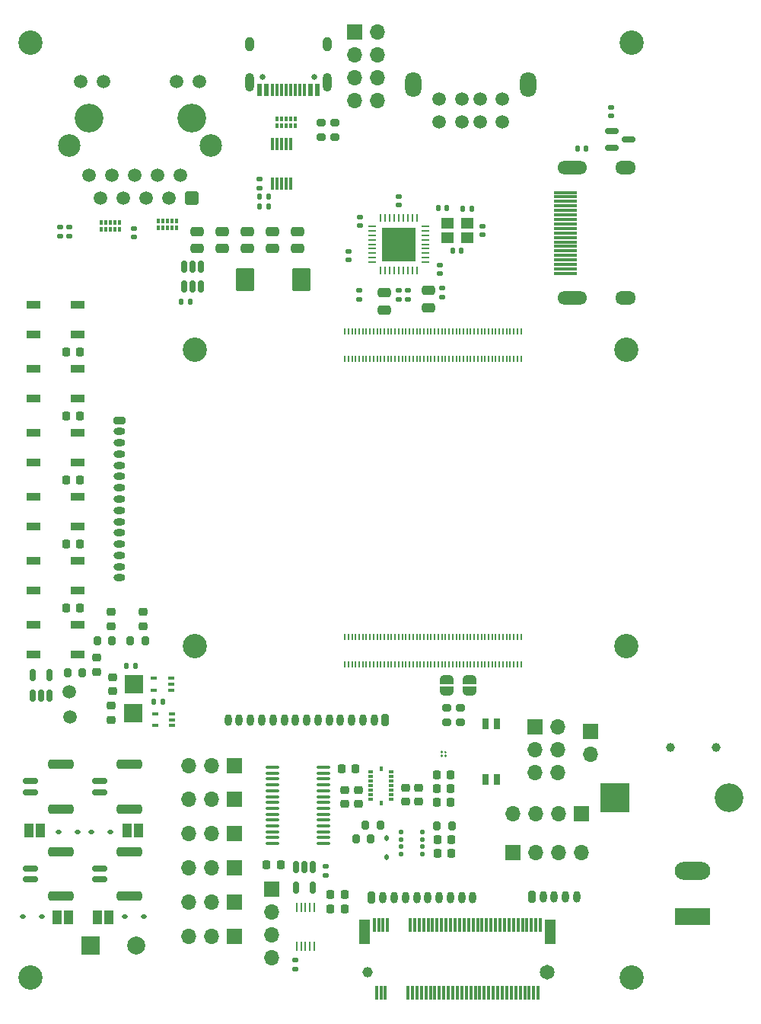
<source format=gbr>
%TF.GenerationSoftware,KiCad,Pcbnew,7.99.0-957-g18dd623122*%
%TF.CreationDate,2023-07-04T11:58:54-04:00*%
%TF.ProjectId,carrier,63617272-6965-4722-9e6b-696361645f70,V1.1*%
%TF.SameCoordinates,Original*%
%TF.FileFunction,Soldermask,Top*%
%TF.FilePolarity,Negative*%
%FSLAX46Y46*%
G04 Gerber Fmt 4.6, Leading zero omitted, Abs format (unit mm)*
G04 Created by KiCad (PCBNEW 7.99.0-957-g18dd623122) date 2023-07-04 11:58:54*
%MOMM*%
%LPD*%
G01*
G04 APERTURE LIST*
G04 Aperture macros list*
%AMRoundRect*
0 Rectangle with rounded corners*
0 $1 Rounding radius*
0 $2 $3 $4 $5 $6 $7 $8 $9 X,Y pos of 4 corners*
0 Add a 4 corners polygon primitive as box body*
4,1,4,$2,$3,$4,$5,$6,$7,$8,$9,$2,$3,0*
0 Add four circle primitives for the rounded corners*
1,1,$1+$1,$2,$3*
1,1,$1+$1,$4,$5*
1,1,$1+$1,$6,$7*
1,1,$1+$1,$8,$9*
0 Add four rect primitives between the rounded corners*
20,1,$1+$1,$2,$3,$4,$5,0*
20,1,$1+$1,$4,$5,$6,$7,0*
20,1,$1+$1,$6,$7,$8,$9,0*
20,1,$1+$1,$8,$9,$2,$3,0*%
%AMFreePoly0*
4,1,19,0.500000,-0.750000,0.000000,-0.750000,0.000000,-0.744911,-0.071157,-0.744911,-0.207708,-0.704816,-0.327430,-0.627875,-0.420627,-0.520320,-0.479746,-0.390866,-0.500000,-0.250000,-0.500000,0.250000,-0.479746,0.390866,-0.420627,0.520320,-0.327430,0.627875,-0.207708,0.704816,-0.071157,0.744911,0.000000,0.744911,0.000000,0.750000,0.500000,0.750000,0.500000,-0.750000,0.500000,-0.750000,
$1*%
%AMFreePoly1*
4,1,19,0.000000,0.744911,0.071157,0.744911,0.207708,0.704816,0.327430,0.627875,0.420627,0.520320,0.479746,0.390866,0.500000,0.250000,0.500000,-0.250000,0.479746,-0.390866,0.420627,-0.520320,0.327430,-0.627875,0.207708,-0.704816,0.071157,-0.744911,0.000000,-0.744911,0.000000,-0.750000,-0.500000,-0.750000,-0.500000,0.750000,0.000000,0.750000,0.000000,0.744911,0.000000,0.744911,
$1*%
G04 Aperture macros list end*
%ADD10C,0.165000*%
%ADD11R,0.250000X1.100000*%
%ADD12RoundRect,0.225000X-0.225000X-0.250000X0.225000X-0.250000X0.225000X0.250000X-0.225000X0.250000X0*%
%ADD13RoundRect,0.135000X-0.185000X0.135000X-0.185000X-0.135000X0.185000X-0.135000X0.185000X0.135000X0*%
%ADD14R,2.600000X0.300000*%
%ADD15O,3.300000X1.500000*%
%ADD16O,2.300000X1.500000*%
%ADD17RoundRect,0.112500X-0.187500X-0.112500X0.187500X-0.112500X0.187500X0.112500X-0.187500X0.112500X0*%
%ADD18R,2.000000X2.000000*%
%ADD19RoundRect,0.200000X0.275000X-0.200000X0.275000X0.200000X-0.275000X0.200000X-0.275000X-0.200000X0*%
%ADD20RoundRect,0.225000X0.250000X-0.225000X0.250000X0.225000X-0.250000X0.225000X-0.250000X-0.225000X0*%
%ADD21C,2.700000*%
%ADD22C,1.500000*%
%ADD23O,1.800000X2.800000*%
%ADD24C,3.200000*%
%ADD25RoundRect,0.250500X0.499500X0.499500X-0.499500X0.499500X-0.499500X-0.499500X0.499500X-0.499500X0*%
%ADD26C,2.500000*%
%ADD27RoundRect,0.135000X-0.135000X-0.185000X0.135000X-0.185000X0.135000X0.185000X-0.135000X0.185000X0*%
%ADD28RoundRect,0.200000X-0.275000X0.200000X-0.275000X-0.200000X0.275000X-0.200000X0.275000X0.200000X0*%
%ADD29RoundRect,0.225000X0.225000X0.250000X-0.225000X0.250000X-0.225000X-0.250000X0.225000X-0.250000X0*%
%ADD30RoundRect,0.200000X-0.200000X-0.275000X0.200000X-0.275000X0.200000X0.275000X-0.200000X0.275000X0*%
%ADD31R,1.700000X1.700000*%
%ADD32O,1.700000X1.700000*%
%ADD33RoundRect,0.200000X0.200000X0.275000X-0.200000X0.275000X-0.200000X-0.275000X0.200000X-0.275000X0*%
%ADD34R,1.500000X0.900000*%
%ADD35RoundRect,0.140000X0.170000X-0.140000X0.170000X0.140000X-0.170000X0.140000X-0.170000X-0.140000X0*%
%ADD36RoundRect,0.218750X-0.256250X0.218750X-0.256250X-0.218750X0.256250X-0.218750X0.256250X0.218750X0*%
%ADD37RoundRect,0.135000X0.135000X0.185000X-0.135000X0.185000X-0.135000X-0.185000X0.135000X-0.185000X0*%
%ADD38RoundRect,0.112500X0.112500X-0.187500X0.112500X0.187500X-0.112500X0.187500X-0.112500X-0.187500X0*%
%ADD39R,0.200000X0.700000*%
%ADD40R,0.590000X0.350000*%
%ADD41R,0.350000X0.590000*%
%ADD42RoundRect,0.200000X-0.450000X0.200000X-0.450000X-0.200000X0.450000X-0.200000X0.450000X0.200000X0*%
%ADD43O,1.300000X0.800000*%
%ADD44R,0.300000X0.550000*%
%ADD45R,0.400000X0.550000*%
%ADD46RoundRect,0.150000X-0.700000X0.150000X-0.700000X-0.150000X0.700000X-0.150000X0.700000X0.150000X0*%
%ADD47RoundRect,0.250000X-1.150000X0.250000X-1.150000X-0.250000X1.150000X-0.250000X1.150000X0.250000X0*%
%ADD48FreePoly0,270.000000*%
%ADD49FreePoly1,270.000000*%
%ADD50RoundRect,0.200000X-0.200000X-0.450000X0.200000X-0.450000X0.200000X0.450000X-0.200000X0.450000X0*%
%ADD51O,0.800000X1.300000*%
%ADD52R,1.000000X1.500000*%
%ADD53RoundRect,0.140000X-0.170000X0.140000X-0.170000X-0.140000X0.170000X-0.140000X0.170000X0.140000X0*%
%ADD54RoundRect,0.250000X0.475000X-0.250000X0.475000X0.250000X-0.475000X0.250000X-0.475000X-0.250000X0*%
%ADD55R,0.650000X0.400000*%
%ADD56RoundRect,0.225000X-0.250000X0.225000X-0.250000X-0.225000X0.250000X-0.225000X0.250000X0.225000X0*%
%ADD57R,0.300000X1.400000*%
%ADD58C,1.150000*%
%ADD59C,1.650000*%
%ADD60R,0.300000X1.550000*%
%ADD61R,1.200000X2.750000*%
%ADD62RoundRect,0.200000X0.200000X0.450000X-0.200000X0.450000X-0.200000X-0.450000X0.200000X-0.450000X0*%
%ADD63R,1.400000X1.200000*%
%ADD64C,0.650000*%
%ADD65R,0.600000X1.450000*%
%ADD66R,0.300000X1.450000*%
%ADD67O,1.000000X2.100000*%
%ADD68O,1.000000X1.600000*%
%ADD69RoundRect,0.250000X-0.475000X0.250000X-0.475000X-0.250000X0.475000X-0.250000X0.475000X0.250000X0*%
%ADD70RoundRect,0.140000X0.140000X0.170000X-0.140000X0.170000X-0.140000X-0.170000X0.140000X-0.170000X0*%
%ADD71RoundRect,0.250000X-0.787500X-1.025000X0.787500X-1.025000X0.787500X1.025000X-0.787500X1.025000X0*%
%ADD72RoundRect,0.150000X-0.150000X0.512500X-0.150000X-0.512500X0.150000X-0.512500X0.150000X0.512500X0*%
%ADD73R,3.960000X1.980000*%
%ADD74O,3.960000X1.980000*%
%ADD75RoundRect,0.150000X0.150000X-0.512500X0.150000X0.512500X-0.150000X0.512500X-0.150000X-0.512500X0*%
%ADD76C,1.000000*%
%ADD77R,0.760000X1.250000*%
%ADD78RoundRect,0.100000X-0.637500X-0.100000X0.637500X-0.100000X0.637500X0.100000X-0.637500X0.100000X0*%
%ADD79RoundRect,0.125000X0.137500X-0.125000X0.137500X0.125000X-0.137500X0.125000X-0.137500X-0.125000X0*%
%ADD80R,3.200000X3.200000*%
%ADD81O,3.200000X3.200000*%
%ADD82RoundRect,0.140000X-0.140000X-0.170000X0.140000X-0.170000X0.140000X0.170000X-0.140000X0.170000X0*%
%ADD83RoundRect,0.150000X-0.587500X-0.150000X0.587500X-0.150000X0.587500X0.150000X-0.587500X0.150000X0*%
%ADD84RoundRect,0.062500X-0.062500X0.350000X-0.062500X-0.350000X0.062500X-0.350000X0.062500X0.350000X0*%
%ADD85RoundRect,0.062500X-0.350000X0.062500X-0.350000X-0.062500X0.350000X-0.062500X0.350000X0.062500X0*%
%ADD86R,3.700000X3.700000*%
%ADD87C,2.000000*%
G04 APERTURE END LIST*
D10*
%TO.C,U12*%
X45859495Y25082000D02*
G75*
G03*
X45859495Y25082000I-82500J0D01*
G01*
X45859495Y24682000D02*
G75*
G03*
X45859495Y24682000I-82500J0D01*
G01*
X46259495Y25082000D02*
G75*
G03*
X46259495Y25082000I-82500J0D01*
G01*
X46259495Y24682000D02*
G75*
G03*
X46259495Y24682000I-82500J0D01*
G01*
%TD*%
D11*
%TO.C,U16*%
X29620995Y3539000D03*
X30120995Y3539000D03*
X30620995Y3539000D03*
X31120995Y3539000D03*
X31620995Y3539000D03*
X31620995Y7839000D03*
X31120995Y7839000D03*
X30620995Y7839000D03*
X30120995Y7839000D03*
X29620995Y7839000D03*
%TD*%
D12*
%TO.C,C25*%
X45201995Y21072000D03*
X46751995Y21072000D03*
%TD*%
D13*
%TO.C,R15*%
X4331995Y83415000D03*
X4331995Y82395000D03*
%TD*%
D14*
%TO.C,J1*%
X59530495Y87279000D03*
X59530495Y86779000D03*
X59530495Y86279000D03*
X59530495Y85779000D03*
X59530495Y85279000D03*
X59530495Y84779000D03*
X59530495Y84279000D03*
X59530495Y83779000D03*
X59530495Y83279000D03*
X59530495Y82779000D03*
X59530495Y82279000D03*
X59530495Y81779000D03*
X59530495Y81279000D03*
X59530495Y80779000D03*
X59530495Y80279000D03*
X59530495Y79779000D03*
X59530495Y79279000D03*
X59530495Y78779000D03*
X59530495Y78279000D03*
D15*
X60260495Y90029000D03*
X60260495Y75529000D03*
D16*
X66220495Y75529000D03*
X66220495Y90029000D03*
%TD*%
D17*
%TO.C,D13*%
X6775495Y16230000D03*
X8875495Y16230000D03*
%TD*%
D18*
%TO.C,TP1*%
X11432995Y29454000D03*
%TD*%
D13*
%TO.C,R22*%
X29477995Y2008000D03*
X29477995Y988000D03*
%TD*%
D19*
%TO.C,R1*%
X46368995Y28359000D03*
X46368995Y30009000D03*
%TD*%
D20*
%TO.C,C38*%
X7368995Y34013000D03*
X7368995Y35563000D03*
%TD*%
D21*
%TO.C,H1*%
X-5Y0D03*
%TD*%
D13*
%TO.C,R4*%
X36578995Y76448000D03*
X36578995Y75428000D03*
%TD*%
%TO.C,R3*%
X41007495Y76448000D03*
X41007495Y75428000D03*
%TD*%
D22*
%TO.C,J4*%
X52524995Y95075600D03*
X50024995Y95075600D03*
X48024995Y95075600D03*
X45524995Y95075600D03*
X52524995Y97695600D03*
X50024995Y97695600D03*
X48024995Y97695600D03*
X45524995Y97695600D03*
D23*
X55424995Y99245600D03*
X42624995Y99245600D03*
%TD*%
D24*
%TO.C,U10*%
X17932995Y95519000D03*
X6502995Y95519000D03*
D25*
X17932995Y86629000D03*
D22*
X16662995Y89169000D03*
X15392995Y86629000D03*
X14122995Y89169000D03*
X12852995Y86629000D03*
X11582995Y89169000D03*
X10312995Y86629000D03*
X9042995Y89169000D03*
X7772995Y86629000D03*
X6502995Y89169000D03*
D26*
X20092995Y92469000D03*
X4342995Y92469000D03*
D22*
X5587995Y99579000D03*
X8127995Y99579000D03*
X16307995Y99579000D03*
X18847995Y99579000D03*
%TD*%
D18*
%TO.C,TP2*%
X11564995Y32658000D03*
%TD*%
D27*
%TO.C,R13*%
X13716995Y30724000D03*
X14736995Y30724000D03*
%TD*%
D28*
%TO.C,R12*%
X33922995Y95033000D03*
X33922995Y93383000D03*
%TD*%
D29*
%TO.C,C30*%
X27839995Y12547000D03*
X26289995Y12547000D03*
%TD*%
D30*
%TO.C,R20*%
X37277995Y17008000D03*
X38927995Y17008000D03*
%TD*%
D31*
%TO.C,J8*%
X53733995Y13960000D03*
D32*
X56273995Y13960000D03*
X58813995Y13960000D03*
X61353995Y13960000D03*
%TD*%
D27*
%TO.C,R10*%
X25502595Y86807200D03*
X26522595Y86807200D03*
%TD*%
D33*
%TO.C,R21*%
X12776995Y37439000D03*
X11126995Y37439000D03*
%TD*%
D34*
%TO.C,D9*%
X5246995Y57268000D03*
X5246995Y60568000D03*
X346995Y60568000D03*
X346995Y57268000D03*
%TD*%
D35*
%TO.C,C8*%
X25504595Y87775000D03*
X25504595Y88735000D03*
%TD*%
D36*
%TO.C,D5*%
X12586995Y40639500D03*
X12586995Y39064500D03*
%TD*%
D37*
%TO.C,R6*%
X49153995Y85461000D03*
X48133995Y85461000D03*
%TD*%
D17*
%TO.C,D15*%
X10520995Y6832000D03*
X12620995Y6832000D03*
%TD*%
D31*
%TO.C,J12*%
X22745695Y16002000D03*
D32*
X20205695Y16002000D03*
X17665695Y16002000D03*
%TD*%
D38*
%TO.C,D3*%
X39612595Y13452800D03*
X39612595Y15552800D03*
%TD*%
D35*
%TO.C,C9*%
X36689495Y83586000D03*
X36689495Y84546000D03*
%TD*%
D21*
%TO.C,Module1*%
X18290995Y36840000D03*
X66290995Y36840000D03*
X18290995Y69840000D03*
X66290995Y69840000D03*
D39*
X34990995Y34840000D03*
X34990995Y37920000D03*
X35390995Y34840000D03*
X35390995Y37920000D03*
X35790995Y34840000D03*
X35790995Y37920000D03*
X36190995Y34840000D03*
X36190995Y37920000D03*
X36590995Y34840000D03*
X36590995Y37920000D03*
X36990995Y34840000D03*
X36990995Y37920000D03*
X37390995Y34840000D03*
X37390995Y37920000D03*
X37790995Y34840000D03*
X37790995Y37920000D03*
X38190995Y34840000D03*
X38190995Y37920000D03*
X38590995Y34840000D03*
X38590995Y37920000D03*
X38990995Y34840000D03*
X38990995Y37920000D03*
X39390995Y34840000D03*
X39390995Y37920000D03*
X39790995Y34840000D03*
X39790995Y37920000D03*
X40190995Y34840000D03*
X40190995Y37920000D03*
X40590995Y34840000D03*
X40590995Y37920000D03*
X40990995Y34840000D03*
X40990995Y37920000D03*
X41390995Y34840000D03*
X41390995Y37920000D03*
X41790995Y34840000D03*
X41790995Y37920000D03*
X42190995Y34840000D03*
X42190995Y37920000D03*
X42590995Y34840000D03*
X42590995Y37920000D03*
X42990995Y34840000D03*
X42990995Y37920000D03*
X43390995Y34840000D03*
X43390995Y37920000D03*
X43790995Y34840000D03*
X43790995Y37920000D03*
X44190995Y34840000D03*
X44190995Y37920000D03*
X44590995Y34840000D03*
X44590995Y37920000D03*
X44990995Y34840000D03*
X44990995Y37920000D03*
X45390995Y34840000D03*
X45390995Y37920000D03*
X45790995Y34840000D03*
X45790995Y37920000D03*
X46190995Y34840000D03*
X46190995Y37920000D03*
X46590995Y34840000D03*
X46590995Y37920000D03*
X46990995Y34840000D03*
X46990995Y37920000D03*
X47390995Y34840000D03*
X47390995Y37920000D03*
X47790995Y34840000D03*
X47790995Y37920000D03*
X48190995Y34840000D03*
X48190995Y37920000D03*
X48590995Y34840000D03*
X48590995Y37920000D03*
X48990995Y34840000D03*
X48990995Y37920000D03*
X49390995Y34840000D03*
X49390995Y37920000D03*
X49790995Y34840000D03*
X49790995Y37920000D03*
X50190995Y34840000D03*
X50190995Y37920000D03*
X50590995Y34840000D03*
X50590995Y37920000D03*
X50990995Y34840000D03*
X50990995Y37920000D03*
X51390995Y34840000D03*
X51390995Y37920000D03*
X51790995Y34840000D03*
X51790995Y37920000D03*
X52190995Y34840000D03*
X52190995Y37920000D03*
X52590995Y34840000D03*
X52590995Y37920000D03*
X52990995Y34840000D03*
X52990995Y37920000D03*
X53390995Y34840000D03*
X53390995Y37920000D03*
X53790995Y34840000D03*
X53790995Y37920000D03*
X54190995Y34840000D03*
X54190995Y37920000D03*
X54590995Y34840000D03*
X54590995Y37920000D03*
X34990995Y68760000D03*
X34990995Y71840000D03*
X35390995Y68760000D03*
X35390995Y71840000D03*
X35790995Y68760000D03*
X35790995Y71840000D03*
X36190995Y68760000D03*
X36190995Y71840000D03*
X36590995Y68760000D03*
X36590995Y71840000D03*
X36990995Y68760000D03*
X36990995Y71840000D03*
X37390995Y68760000D03*
X37390995Y71840000D03*
X37790995Y68760000D03*
X37790995Y71840000D03*
X38190995Y68760000D03*
X38190995Y71840000D03*
X38590995Y68760000D03*
X38590995Y71840000D03*
X38990995Y68760000D03*
X38990995Y71840000D03*
X39390995Y68760000D03*
X39390995Y71840000D03*
X39790995Y68760000D03*
X39790995Y71840000D03*
X40190995Y68760000D03*
X40190995Y71840000D03*
X40590995Y68760000D03*
X40590995Y71840000D03*
X40990995Y68760000D03*
X40990995Y71840000D03*
X41390995Y68760000D03*
X41390995Y71840000D03*
X41790995Y68760000D03*
X41790995Y71840000D03*
X42190995Y68760000D03*
X42190995Y71840000D03*
X42590995Y68760000D03*
X42590995Y71840000D03*
X42990995Y68760000D03*
X42990995Y71840000D03*
X43390995Y68760000D03*
X43390995Y71840000D03*
X43790995Y68760000D03*
X43790995Y71840000D03*
X44190995Y68760000D03*
X44190995Y71840000D03*
X44590995Y68760000D03*
X44590995Y71840000D03*
X44990995Y68760000D03*
X44990995Y71840000D03*
X45390995Y68760000D03*
X45390995Y71840000D03*
X45790995Y68760000D03*
X45790995Y71840000D03*
X46190995Y68760000D03*
X46190995Y71840000D03*
X46590995Y68760000D03*
X46590995Y71840000D03*
X46990995Y68760000D03*
X46990995Y71840000D03*
X47390995Y68760000D03*
X47390995Y71840000D03*
X47790995Y68760000D03*
X47790995Y71840000D03*
X48190995Y68760000D03*
X48190995Y71840000D03*
X48590995Y68760000D03*
X48590995Y71840000D03*
X48990995Y68760000D03*
X48990995Y71840000D03*
X49390995Y68760000D03*
X49390995Y71840000D03*
X49790995Y68760000D03*
X49790995Y71840000D03*
X50190995Y68760000D03*
X50190995Y71840000D03*
X50590995Y68760000D03*
X50590995Y71840000D03*
X50990995Y68760000D03*
X50990995Y71840000D03*
X51390995Y68760000D03*
X51390995Y71840000D03*
X51790995Y68760000D03*
X51790995Y71840000D03*
X52190995Y68760000D03*
X52190995Y71840000D03*
X52590995Y68760000D03*
X52590995Y71840000D03*
X52990995Y68760000D03*
X52990995Y71840000D03*
X53390995Y68760000D03*
X53390995Y71840000D03*
X53790995Y68760000D03*
X53790995Y71840000D03*
X54190995Y68760000D03*
X54190995Y71840000D03*
X54590995Y68760000D03*
X54590995Y71840000D03*
%TD*%
D36*
%TO.C,D1*%
X9003995Y30244500D03*
X9003995Y28669500D03*
%TD*%
D13*
%TO.C,R5*%
X45833495Y76702000D03*
X45833495Y75682000D03*
%TD*%
D31*
%TO.C,J9*%
X61343995Y18278000D03*
D32*
X58803995Y18278000D03*
X56263995Y18278000D03*
X53723995Y18278000D03*
%TD*%
D37*
%TO.C,R9*%
X26522595Y85740400D03*
X25502595Y85740400D03*
%TD*%
D40*
%TO.C,U13*%
X40173895Y22860000D03*
X40173895Y22360000D03*
X40173895Y21860000D03*
X40173895Y21360000D03*
X40173895Y20860000D03*
X40173895Y20360000D03*
X40173895Y19860000D03*
D41*
X39008895Y19445000D03*
D40*
X37843895Y19860000D03*
X37843895Y20360000D03*
X37843895Y20860000D03*
X37843895Y21360000D03*
X37843895Y21860000D03*
X37843895Y22360000D03*
X37843895Y22860000D03*
D41*
X39008895Y23275000D03*
%TD*%
D28*
%TO.C,R11*%
X32398995Y95033000D03*
X32398995Y93383000D03*
%TD*%
D34*
%TO.C,D11*%
X5246995Y71460000D03*
X5246995Y74760000D03*
X346995Y74760000D03*
X346995Y71460000D03*
%TD*%
D13*
%TO.C,R16*%
X3315995Y83415000D03*
X3315995Y82395000D03*
%TD*%
D31*
%TO.C,J5*%
X56136995Y27930000D03*
D32*
X58676995Y27930000D03*
X56136995Y25390000D03*
X58676995Y25390000D03*
X56136995Y22850000D03*
X58676995Y22850000D03*
%TD*%
D42*
%TO.C,J6*%
X9963995Y61956000D03*
D43*
X9963995Y60706000D03*
X9963995Y59456000D03*
X9963995Y58206000D03*
X9963995Y56956000D03*
X9963995Y55706000D03*
X9963995Y54456000D03*
X9963995Y53206000D03*
X9963995Y51956000D03*
X9963995Y50706000D03*
X9963995Y49456000D03*
X9963995Y48206000D03*
X9963995Y46956000D03*
X9963995Y45706000D03*
X9963995Y44456000D03*
%TD*%
D44*
%TO.C,U7*%
X7892995Y83171000D03*
X8392995Y83171000D03*
D45*
X8892995Y83171000D03*
D44*
X9392995Y83171000D03*
X9892995Y83171000D03*
X9892995Y83941000D03*
X9392995Y83941000D03*
D45*
X8892995Y83941000D03*
D44*
X8392995Y83941000D03*
X7892995Y83941000D03*
%TD*%
D46*
%TO.C,SW2*%
X7683495Y21869000D03*
X7683495Y20619000D03*
D47*
X11033495Y23719000D03*
X11033495Y18769000D03*
%TD*%
D12*
%TO.C,C33*%
X3967995Y41138000D03*
X5517995Y41138000D03*
%TD*%
D17*
%TO.C,D14*%
X3154995Y16230000D03*
X5254995Y16230000D03*
%TD*%
D37*
%TO.C,R8*%
X17824095Y75134150D03*
X16804095Y75134150D03*
%TD*%
D48*
%TO.C,JP2*%
X48908995Y33136000D03*
D49*
X48908995Y31836000D03*
%TD*%
D35*
%TO.C,C11*%
X41007495Y85882000D03*
X41007495Y86842000D03*
%TD*%
D46*
%TO.C,SW4*%
X7683495Y12176000D03*
X7683495Y10926000D03*
D47*
X11033495Y14026000D03*
X11033495Y9076000D03*
%TD*%
D50*
%TO.C,J10*%
X37988995Y8938000D03*
D51*
X39238995Y8938000D03*
X40488995Y8938000D03*
X41738995Y8938000D03*
X42988995Y8938000D03*
X44238995Y8938000D03*
X45488995Y8938000D03*
X46738995Y8938000D03*
X47988995Y8938000D03*
X49238995Y8938000D03*
%TD*%
D30*
%TO.C,R19*%
X7443995Y37439000D03*
X9093995Y37439000D03*
%TD*%
D48*
%TO.C,JP1*%
X46368995Y33136000D03*
D49*
X46368995Y31836000D03*
%TD*%
D46*
%TO.C,SW5*%
X33495Y12176000D03*
X33495Y10926000D03*
D47*
X3383495Y14026000D03*
X3383495Y9076000D03*
%TD*%
D12*
%TO.C,C20*%
X45304495Y13808500D03*
X46854495Y13808500D03*
%TD*%
D52*
%TO.C,JP4*%
X7429495Y6766000D03*
X8729495Y6766000D03*
%TD*%
D36*
%TO.C,D2*%
X9135995Y33434500D03*
X9135995Y31859500D03*
%TD*%
D53*
%TO.C,C19*%
X11570995Y83306025D03*
X11570995Y82346025D03*
%TD*%
D54*
%TO.C,C16*%
X24172095Y81042150D03*
X24172095Y82942150D03*
%TD*%
D12*
%TO.C,C24*%
X45201995Y22566000D03*
X46751995Y22566000D03*
%TD*%
D55*
%TO.C,U6*%
X15795995Y28042000D03*
X15795995Y28692000D03*
X15795995Y29342000D03*
X13895995Y29342000D03*
X13895995Y28042000D03*
%TD*%
D50*
%TO.C,J20*%
X55806995Y8991000D03*
D51*
X57056995Y8991000D03*
X58306995Y8991000D03*
X59556995Y8991000D03*
X60806995Y8991000D03*
%TD*%
D56*
%TO.C,C21*%
X43238995Y21105000D03*
X43238995Y19555000D03*
%TD*%
D52*
%TO.C,JP5*%
X4269495Y6766000D03*
X2969495Y6766000D03*
%TD*%
D44*
%TO.C,U8*%
X14242995Y83308000D03*
X14742995Y83308000D03*
D45*
X15242995Y83308000D03*
D44*
X15742995Y83308000D03*
X16242995Y83308000D03*
X16242995Y84078000D03*
X15742995Y84078000D03*
D45*
X15242995Y84078000D03*
D44*
X14742995Y84078000D03*
X14242995Y84078000D03*
%TD*%
D30*
%TO.C,R18*%
X36247595Y15417200D03*
X37897595Y15417200D03*
%TD*%
D46*
%TO.C,SW3*%
X33495Y21869000D03*
X33495Y20619000D03*
D47*
X3383495Y23719000D03*
X3383495Y18769000D03*
%TD*%
D31*
%TO.C,J3*%
X36070995Y105146000D03*
D32*
X38610995Y105146000D03*
X36070995Y102606000D03*
X38610995Y102606000D03*
X36070995Y100066000D03*
X38610995Y100066000D03*
X36070995Y97526000D03*
X38610995Y97526000D03*
%TD*%
D57*
%TO.C,U4*%
X26942995Y88290200D03*
X27442995Y88290200D03*
X27942995Y88290200D03*
X28442995Y88290200D03*
X28942995Y88290200D03*
X28942995Y92690200D03*
X28442995Y92690200D03*
X27942995Y92690200D03*
X27442995Y92690200D03*
X26942995Y92690200D03*
%TD*%
D58*
%TO.C,J18*%
X37511995Y633000D03*
D59*
X57511995Y633000D03*
D60*
X38261995Y5908000D03*
X38511995Y-1642000D03*
X38761995Y5908000D03*
X39011995Y-1642000D03*
X39261995Y5908000D03*
X39511995Y-1642000D03*
X39761995Y5908000D03*
X42011995Y-1642000D03*
X42261995Y5908000D03*
X42511995Y-1642000D03*
X42761995Y5908000D03*
X43011995Y-1642000D03*
X43261995Y5908000D03*
X43511995Y-1642000D03*
X43761995Y5908000D03*
X44011995Y-1642000D03*
X44261995Y5908000D03*
X44511995Y-1642000D03*
X44761995Y5908000D03*
X45011995Y-1642000D03*
X45261995Y5908000D03*
X45511995Y-1642000D03*
X45761995Y5908000D03*
X46011995Y-1642000D03*
X46261995Y5908000D03*
X46511995Y-1642000D03*
X46761995Y5908000D03*
X47011995Y-1642000D03*
X47261995Y5908000D03*
X47511995Y-1642000D03*
X47761995Y5908000D03*
X48011995Y-1642000D03*
X48261995Y5908000D03*
X48511995Y-1642000D03*
X48761995Y5908000D03*
X49011995Y-1642000D03*
X49261995Y5908000D03*
X49511995Y-1642000D03*
X49761995Y5908000D03*
X50011995Y-1642000D03*
X50261995Y5908000D03*
X50511995Y-1642000D03*
X50761995Y5908000D03*
X51011995Y-1642000D03*
X51261995Y5908000D03*
X51511995Y-1642000D03*
X51761995Y5908000D03*
X52011995Y-1642000D03*
X52261995Y5908000D03*
X52511995Y-1642000D03*
X52761995Y5908000D03*
X53011995Y-1642000D03*
X53261995Y5908000D03*
X53511995Y-1642000D03*
X53761995Y5908000D03*
X54011995Y-1642000D03*
X54261995Y5908000D03*
X54511995Y-1642000D03*
X54761995Y5908000D03*
X55011995Y-1642000D03*
X55261995Y5908000D03*
X55511995Y-1642000D03*
X55761995Y5908000D03*
X56011995Y-1642000D03*
X56261995Y5908000D03*
X56511995Y-1642000D03*
X56761995Y5908000D03*
D61*
X37161995Y5133000D03*
X57861995Y5133000D03*
%TD*%
D56*
%TO.C,C27*%
X34988995Y20855000D03*
X34988995Y19305000D03*
%TD*%
D62*
%TO.C,J7*%
X39506995Y28692000D03*
D51*
X38256995Y28692000D03*
X37006995Y28692000D03*
X35756995Y28692000D03*
X34506995Y28692000D03*
X33256995Y28692000D03*
X32006995Y28692000D03*
X30756995Y28692000D03*
X29506995Y28692000D03*
X28256995Y28692000D03*
X27006995Y28692000D03*
X25756995Y28692000D03*
X24506995Y28692000D03*
X23256995Y28692000D03*
X22006995Y28692000D03*
%TD*%
D63*
%TO.C,Y1*%
X48576495Y83860000D03*
X46376495Y83860000D03*
X46376495Y82260000D03*
X48576495Y82260000D03*
%TD*%
D64*
%TO.C,J2*%
X31614995Y100076500D03*
X25834995Y100076500D03*
D65*
X31974995Y98631500D03*
X31174995Y98631500D03*
D66*
X29974995Y98631500D03*
X28974995Y98631500D03*
X28474995Y98631500D03*
X27474995Y98631500D03*
D65*
X26274995Y98631500D03*
X25474995Y98631500D03*
X25474995Y98631500D03*
X26274995Y98631500D03*
D66*
X26974995Y98631500D03*
X27974995Y98631500D03*
X29474995Y98631500D03*
X30474995Y98631500D03*
D65*
X31174995Y98631500D03*
X31974995Y98631500D03*
D67*
X33044995Y99546500D03*
D68*
X33044995Y103726500D03*
D67*
X24404995Y99546500D03*
D68*
X24404995Y103726500D03*
%TD*%
D21*
%TO.C,H4*%
X-5Y103886000D03*
%TD*%
D69*
%TO.C,C6*%
X39348495Y76136000D03*
X39348495Y74236000D03*
%TD*%
D17*
%TO.C,D16*%
X-844505Y6832000D03*
X1255495Y6832000D03*
%TD*%
D54*
%TO.C,C4*%
X18584095Y81042150D03*
X18584095Y82942150D03*
%TD*%
D70*
%TO.C,C2*%
X61834995Y92192000D03*
X60874995Y92192000D03*
%TD*%
D53*
%TO.C,C3*%
X50270495Y83540000D03*
X50270495Y82580000D03*
%TD*%
%TO.C,C15*%
X35419495Y80736000D03*
X35419495Y79776000D03*
%TD*%
D31*
%TO.C,J21*%
X62370995Y27411000D03*
D32*
X62370995Y24871000D03*
%TD*%
D71*
%TO.C,C12*%
X23901695Y77596400D03*
X30126695Y77596400D03*
%TD*%
D31*
%TO.C,J11*%
X22745695Y23570000D03*
D32*
X20205695Y23570000D03*
X17665695Y23570000D03*
%TD*%
D30*
%TO.C,R24*%
X4127995Y33909000D03*
X5777995Y33909000D03*
%TD*%
D72*
%TO.C,U2*%
X19026095Y79065650D03*
X18076095Y79065650D03*
X17126095Y79065650D03*
X17126095Y76790650D03*
X18076095Y76790650D03*
X19026095Y76790650D03*
%TD*%
D53*
%TO.C,C13*%
X45579495Y79212000D03*
X45579495Y78252000D03*
%TD*%
D36*
%TO.C,D4*%
X9030995Y40639500D03*
X9030995Y39064500D03*
%TD*%
D13*
%TO.C,R7*%
X42023495Y76448000D03*
X42023495Y75428000D03*
%TD*%
D31*
%TO.C,J17*%
X26836395Y9880000D03*
D32*
X26836395Y7340000D03*
X26836395Y4800000D03*
X26836395Y2260000D03*
%TD*%
D34*
%TO.C,D10*%
X5246995Y64380000D03*
X5246995Y67680000D03*
X346995Y67680000D03*
X346995Y64380000D03*
%TD*%
D73*
%TO.C,J19*%
X73662995Y6848000D03*
D74*
X73662995Y11848000D03*
%TD*%
D75*
%TO.C,U17*%
X258995Y31380000D03*
X1208995Y31380000D03*
X2158995Y31380000D03*
X2158995Y33655000D03*
X258995Y33655000D03*
%TD*%
D76*
%TO.C,TP11*%
X71249995Y25644000D03*
%TD*%
D56*
%TO.C,C23*%
X36488995Y20855000D03*
X36488995Y19305000D03*
%TD*%
D77*
%TO.C,SW1*%
X51945995Y28210000D03*
X50675995Y28210000D03*
X50675995Y22060000D03*
X51945995Y22060000D03*
%TD*%
D21*
%TO.C,H2*%
X66928995Y103886000D03*
%TD*%
D37*
%TO.C,R14*%
X11677995Y34679000D03*
X10657995Y34679000D03*
%TD*%
D76*
%TO.C,TP12*%
X76329995Y25644000D03*
%TD*%
D69*
%TO.C,C5*%
X44309495Y76380000D03*
X44309495Y74480000D03*
%TD*%
D12*
%TO.C,C34*%
X3967995Y48250000D03*
X5517995Y48250000D03*
%TD*%
D72*
%TO.C,U15*%
X31443995Y12287500D03*
X30493995Y12287500D03*
X29543995Y12287500D03*
X29543995Y10012500D03*
X31443995Y10012500D03*
%TD*%
D78*
%TO.C,U14*%
X26909823Y23392800D03*
X26909823Y22742800D03*
X26909823Y22092800D03*
X26909823Y21442800D03*
X26909823Y20792800D03*
X26909823Y20142800D03*
X26909823Y19492800D03*
X26909823Y18842800D03*
X26909823Y18192800D03*
X26909823Y17542800D03*
X26909823Y16892800D03*
X26909823Y16242800D03*
X26909823Y15592800D03*
X26909823Y14942800D03*
X32634823Y14942800D03*
X32634823Y15592800D03*
X32634823Y16242800D03*
X32634823Y16892800D03*
X32634823Y17542800D03*
X32634823Y18192800D03*
X32634823Y18842800D03*
X32634823Y19492800D03*
X32634823Y20142800D03*
X32634823Y20792800D03*
X32634823Y21442800D03*
X32634823Y22092800D03*
X32634823Y22742800D03*
X32634823Y23392800D03*
%TD*%
D33*
%TO.C,R17*%
X46904495Y16856500D03*
X45254495Y16856500D03*
%TD*%
D44*
%TO.C,U5*%
X29450995Y95447200D03*
X28950995Y95447200D03*
D45*
X28450995Y95447200D03*
D44*
X27950995Y95447200D03*
X27450995Y95447200D03*
X27450995Y94677200D03*
X27950995Y94677200D03*
D45*
X28450995Y94677200D03*
D44*
X28950995Y94677200D03*
X29450995Y94677200D03*
%TD*%
D31*
%TO.C,J14*%
X22745695Y19812000D03*
D32*
X20205695Y19812000D03*
X17665695Y19812000D03*
%TD*%
D52*
%TO.C,JP6*%
X10731495Y16418000D03*
X12031495Y16418000D03*
%TD*%
D79*
%TO.C,U11*%
X41233495Y13776000D03*
X41233495Y14576000D03*
X41233495Y15376000D03*
X41233495Y16176000D03*
X43608495Y16176000D03*
X43608495Y15376000D03*
X43608495Y14576000D03*
X43608495Y13776000D03*
%TD*%
D56*
%TO.C,C28*%
X41738995Y21105000D03*
X41738995Y19555000D03*
%TD*%
D54*
%TO.C,C17*%
X26966095Y81042150D03*
X26966095Y82942150D03*
%TD*%
D34*
%TO.C,D6*%
X5246995Y35932000D03*
X5246995Y39232000D03*
X346995Y39232000D03*
X346995Y35932000D03*
%TD*%
D12*
%TO.C,C26*%
X45201995Y19548000D03*
X46751995Y19548000D03*
%TD*%
D80*
%TO.C,D12*%
X65026995Y20056000D03*
D81*
X77726995Y20056000D03*
%TD*%
D82*
%TO.C,C7*%
X46996495Y80774000D03*
X47956495Y80774000D03*
%TD*%
D12*
%TO.C,C37*%
X3967995Y69586000D03*
X5517995Y69586000D03*
%TD*%
D52*
%TO.C,JP7*%
X1109495Y16418000D03*
X-190505Y16418000D03*
%TD*%
D22*
%TO.C,TP7*%
X4408195Y29031600D03*
%TD*%
D29*
%TO.C,C29*%
X36196595Y23240400D03*
X34646595Y23240400D03*
%TD*%
D13*
%TO.C,R23*%
X32906995Y12422000D03*
X32906995Y11402000D03*
%TD*%
D55*
%TO.C,U9*%
X15673995Y31997000D03*
X15673995Y32647000D03*
X15673995Y33297000D03*
X13773995Y33297000D03*
X13773995Y31997000D03*
%TD*%
D35*
%TO.C,C1*%
X64656995Y95760000D03*
X64656995Y96720000D03*
%TD*%
D54*
%TO.C,C14*%
X21378095Y81042150D03*
X21378095Y82942150D03*
%TD*%
D31*
%TO.C,J16*%
X22730695Y4572000D03*
D32*
X20190695Y4572000D03*
X17650695Y4572000D03*
%TD*%
D54*
%TO.C,C18*%
X29760095Y81042150D03*
X29760095Y82942150D03*
%TD*%
D12*
%TO.C,C36*%
X3967995Y62474000D03*
X5517995Y62474000D03*
%TD*%
D31*
%TO.C,J13*%
X22745695Y8382000D03*
D32*
X20205695Y8382000D03*
X17665695Y8382000D03*
%TD*%
D12*
%TO.C,C22*%
X45304495Y15332500D03*
X46854495Y15332500D03*
%TD*%
D83*
%TO.C,U1*%
X64696495Y94102000D03*
X64696495Y92202000D03*
X66571495Y93152000D03*
%TD*%
D29*
%TO.C,C32*%
X34951995Y7619400D03*
X33401995Y7619400D03*
%TD*%
D84*
%TO.C,U3*%
X43007495Y84463500D03*
X42507495Y84463500D03*
X42007495Y84463500D03*
X41507495Y84463500D03*
X41007495Y84463500D03*
X40507495Y84463500D03*
X40007495Y84463500D03*
X39507495Y84463500D03*
X39007495Y84463500D03*
D85*
X38069995Y83526000D03*
X38069995Y83026000D03*
X38069995Y82526000D03*
X38069995Y82026000D03*
X38069995Y81526000D03*
X38069995Y81026000D03*
X38069995Y80526000D03*
X38069995Y80026000D03*
X38069995Y79526000D03*
D84*
X39007495Y78588500D03*
X39507495Y78588500D03*
X40007495Y78588500D03*
X40507495Y78588500D03*
X41007495Y78588500D03*
X41507495Y78588500D03*
X42007495Y78588500D03*
X42507495Y78588500D03*
X43007495Y78588500D03*
D85*
X43944995Y79526000D03*
X43944995Y80026000D03*
X43944995Y80526000D03*
X43944995Y81026000D03*
X43944995Y81526000D03*
X43944995Y82026000D03*
X43944995Y82526000D03*
X43944995Y83026000D03*
X43944995Y83526000D03*
D86*
X41007495Y81526000D03*
%TD*%
D22*
%TO.C,TP8*%
X4306595Y31750000D03*
%TD*%
D34*
%TO.C,D8*%
X5246995Y50156000D03*
X5246995Y53456000D03*
X346995Y53456000D03*
X346995Y50156000D03*
%TD*%
D28*
%TO.C,R2*%
X47892995Y30009000D03*
X47892995Y28359000D03*
%TD*%
D82*
%TO.C,C10*%
X45369995Y85588000D03*
X46329995Y85588000D03*
%TD*%
D21*
%TO.C,H3*%
X66931995Y0D03*
%TD*%
D34*
%TO.C,D7*%
X5246995Y43044000D03*
X5246995Y46344000D03*
X346995Y46344000D03*
X346995Y43044000D03*
%TD*%
D12*
%TO.C,C31*%
X33401995Y9270400D03*
X34951995Y9270400D03*
%TD*%
%TO.C,C35*%
X3967995Y55362000D03*
X5517995Y55362000D03*
%TD*%
D31*
%TO.C,J15*%
X22730695Y12192000D03*
D32*
X20190695Y12192000D03*
X17650695Y12192000D03*
%TD*%
D18*
%TO.C,BZ1*%
X6747495Y3556000D03*
D87*
X11747495Y3556000D03*
%TD*%
M02*

</source>
